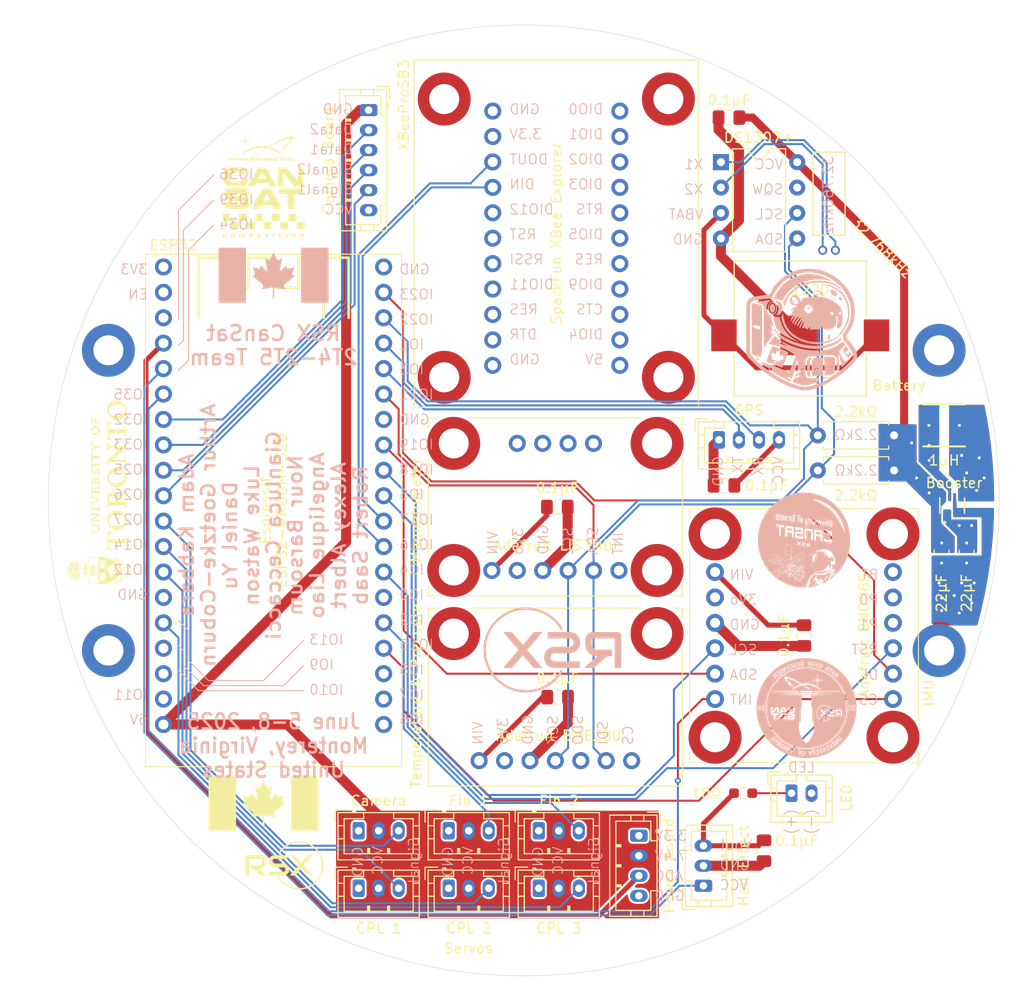
<source format=kicad_pcb>
(kicad_pcb (version 20240108) (generator "pcbnew") (generator_version "8.0")
  (layers (0 "F.Cu" mixed) (1 "In1.Cu" power "GND") (2 "In2.Cu" power "PWR") (31 "B.Cu" signal) (34 "B.Paste" user) (35 "F.Paste" user) (36 "B.SilkS" user "B.Silkscreen") (37 "F.SilkS" user "F.Silkscreen") (38 "B.Mask" user) (39 "F.Mask" user) (44 "Edge.Cuts" user))
  (net 0 "")
  (net 1 "Net-(DS1307+_U6-X2)")
  (net 2 "Net-(DS1307+_U6-X1)")
  (net 3 "Net-(DS1307+_U6-VBAT)")
  (net 4 "Net-(Adafruit_BME280_STEMMA_QT_U3-Pin_4)")
  (net 8 "Net-(Adafruit_BME280_STEMMA_QT_U3-Pin_6)")
  (net 9 "Net-(Adafruit_BNO085_U5-DI)")
  (net 10 "Net-(Adafruit_BNO085_U5-~{RST})")
  (net 13 "Net-(Adafruit_BNO085_U5-SDA)")
  (net 15 "Net-(Adafruit_BNO085_U5-CS)")
  (net 16 "Net-(Adafruit_BNO085_U5-~{INT})")
  (net 17 "Net-(Adafruit_BNO085_U5-SCL)")
  (net 18 "/3.3V")
  (net 20 "GND")
  (net 21 "/5V")
  (net 25 "Net-(ESP32-DEVKIT-32_U1-IO27)")
  (net 27 "Net-(ESP32-DEVKIT-32_U1-IO4)")
  (net 28 "Net-(ESP32-DEVKIT-32_U1-IO16)")
  (net 31 "Net-(ESP32-DEVKIT-32_U1-IO32)")
  (net 32 "Net-(ESP32-DEVKIT-32_U1-IO2)")
  (net 33 "Net-(ESP32-DEVKIT-32_U1-IO33)")
  (net 37 "Net-(ESP32-DEVKIT-32_U1-TXD0)")
  (net 39 "Net-(ESP32-DEVKIT-32_U1-IO13)")
  (net 40 "Net-(ESP32-DEVKIT-32_U1-IO26)")
  (net 41 "Net-(ESP32-DEVKIT-32_U1-IO34)")
  (net 43 "Net-(ESP32-DEVKIT-32_U1-RXD0)")
  (net 45 "/7.4V")
  (net 46 "Net-(ESP32-DEVKIT-32_U1-IO17)")
  (net 47 "Net-(ESP32-DEVKIT-32_U1-IO14)")
  (net 48 "Net-(ESP32-DEVKIT-32_U1-IO12)")
  (net 50 "Net-(ESP32-DEVKIT-32_U1-IO25)")
  (net 51 "Net-(J5-Pin_1)")
  (net 69 "/SW")
  (net 70 "/ADC")
  (footprint "Resistor_THT:R_Axial_DIN0207_L6.3mm_D2.5mm_P7.62mm_Horizontal" (layer "F.Cu") (at 187 97 180)
    (property "Reference" "R2" (hide yes))
    (property "Value" "2.2kΩ")
  )
  (footprint "Connector_JST:JST_PH_B3B-PH-K_1x03_P2.00mm_Vertical" (layer "F.Cu") (at 133.5 138.75)
    (property "Reference" "J9" (hide yes))
    (property "Value" "CPL 1")
  )
  (footprint "Capacitor_SMD:C_0805_2012Metric_Pad1.18x1.45mm_HandSolder" (layer "F.Cu") (at 191.75 105.212501 -90)
    (property "Reference" "C8" (hide yes))
    (property "Value" "22μF")
  )
  (footprint "Graphics:canada_flag" (layer "F.Cu") (at 124 130.25)
    (property "Reference" "G***")
    (property "Value" "LOGO" (hide yes))
  )
  (footprint "Connector_JST:JST_PH_B6B-PH-K_1x06_P2.00mm_Vertical" (layer "F.Cu") (at 134.5 61 -90)
    (property "Reference" "J2" (hide yes))
    (property "Value" "Camera Board")
  )
  (footprint "Capacitor_SMD:C_0805_2012Metric_Pad1.18x1.45mm_HandSolder" (layer "F.Cu") (at 194.25 105.212501 90)
    (property "Reference" "C7" (hide yes))
    (property "Value" "22μF")
  )
  (footprint "Custom_Footprints:SparkFun_XBee_Explorer_Regulated" (layer "F.Cu") (at 167.45 90.7 180)
    (property "Reference" "SparkFunXBeeExplorer_U2" (hide yes))
    (property "Value" "XBeeProSB3")
  )
  (footprint "Graphics:uoft_text_2" (layer "F.Cu") (at 108.5 97.5 90)
    (property "Reference" "G***")
    (property "Value" "LOGO" (hide yes))
  )
  (footprint "Custom_Footprints:ESP32-WROOM-32D_Dev_Board" (layer "F.Cu") (at 112.2 75.4)
    (property "Reference" "ESP32-DEVKIT-32_U1" (hide yes))
    (property "Value" "ESP32")
  )
  (footprint "DigiKey:XTAL_AB38T-32.768KHZ" (layer "F.Cu") (at 180.5 75 -90)
    (property "Reference" "Y1")
    (property "Value" "32.768kHz")
  )
  (footprint "Custom_Footprints:Adafruit_BME280_STEMMA_QT" (layer "F.Cu") (at 140.46 128.54 90)
    (property "Reference" "Adafruit_BME280_STEMMA_QT_U3" (hide yes))
    (property "Value" "Temperature & Pressure")
  )
  (footprint "Connector_JST:JST_PH_B3B-PH-K_1x03_P2.00mm_Vertical" (layer "F.Cu") (at 133.5 133)
    (property "Reference" "J8" (hide yes))
    (property "Value" "Camera")
  )
  (footprint "Capacitor_SMD:C_0805_2012Metric_Pad1.18x1.45mm_HandSolder" (layer "F.Cu") (at 174 135 90)
    (property "Reference" "C1" (hide yes))
    (property "Value" "0.1μF")
  )
  (footprint "Connector_JST:JST_PH_B4B-PH-K_1x04_P2.00mm_Vertical" (layer "F.Cu") (at 169.5 93.95)
    (property "Reference" "J4" (hide yes))
    (property "Value" "GPS")
  )
  (footprint "Connector_JST:JST_PH_B3B-PH-K_1x03_P2.00mm_Vertical" (layer "F.Cu") (at 151.5 138.75)
    (property "Reference" "J11" (hide yes))
    (property "Value" "CPL 3")
  )
  (footprint "Graphics:cansat_logo_2" (layer "F.Cu") (at 124 68.5)
    (property "Reference" "G***")
    (property "Value" "LOGO" (hide yes))
  )
  (footprint "Capacitor_SMD:C_0805_2012Metric_Pad1.18x1.45mm_HandSolder" (layer "F.Cu") (at 153.35 100.65 180)
    (property "Reference" "C4" (hide yes))
    (property "Value" "0.1μF")
  )
  (footprint "Custom_Footprints:Adafruit_BNO085" (layer "F.Cu") (at 189.43 100.8 -90)
    (property "Reference" "Adafruit_BNO085_U5" (hide yes))
    (property "Value" "IMU")
  )
  (footprint "DigiKey:BAT_2894TR" (layer "F.Cu") (at 177.62 83.5 180)
    (property "Reference" "2894TR_U7")
    (property "Value" "Battery")
  )
  (footprint "Resistor_THT:R_Axial_DIN0207_L6.3mm_D2.5mm_P7.62mm_Horizontal" (layer "F.Cu") (at 187 93.5 180)
    (property "Reference" "R3" (hide yes))
    (property "Value" "2.2kΩ")
  )
  (footprint "Custom_Footprints:Adafruit_LIS3MDL" (layer "F.Cu") (at 140.46 91.76)
    (property "Reference" "Adafruit_LIS3MDL_U4" (hide yes))
    (property "Value" "Magnetometer")
  )
  (footprint "Connector_JST:JST_PH_B3B-PH-K_1x03_P2.00mm_Vertical" (layer "F.Cu") (at 142.5 138.75)
    (property "Reference" "J10" (hide yes))
    (property "Value" "CPL 2")
  )
  (footprint "DigiKey:SOT-5X3-8_DRL_TEX" (layer "F.Cu") (at 192.799201 100.5 90)
    (property "Reference" "TPS610333DRLR_U8" (hide yes))
    (property "Value" "Booster")
  )
  (footprint "Resistor_SMD:R_0603_1608Metric_Pad0.98x0.95mm_HandSolder" (layer "F.Cu") (at 171.9125 129.25 180)
    (property "Reference" "R1")
    (property "Value" "10Ω")
  )
  (footprint "Connector_JST:JST_PH_B3B-PH-K_1x03_P2.00mm_Vertical" (layer "F.Cu") (at 167.95 138.5 90)
    (property "Reference" "J3" (hide yes))
    (property "Value" "Hall Effect")
  )
  (footprint "Capacitor_SMD:C_0805_2012Metric_Pad1.18x1.45mm_HandSolder" (layer "F.Cu") (at 170.5 61.75)
    (property "Reference" "C6" (hide yes))
    (property "Value" "0.1μF")
  )
  (footprint "DigiKey:WE-LQS_4025" (layer "F.Cu") (at 192 92.5 180)
    (property "Reference" "WE-LQS_4025_L1")
    (property "Value" "1μH")
  )
  (footprint "Connector_JST:JST_PH_B3B-PH-K_1x03_P2.00mm_Vertical" (layer "F.Cu") (at 142.5 133)
    (property "Reference" "J6" (hide yes))
    (property "Value" "Fin 1")
  )
  (footprint "Capacitor_SMD:C_0805_2012Metric_Pad1.18x1.45mm_HandSolder" (layer "F.Cu") (at 170 98.5)
    (property "Reference" "C3" (hide yes))
    (property "Value" "0.1μF")
  )
  (footprint "Connector_JST:JST_PH_B2B-PH-K_1x02_P2.00mm_Vertical" (layer "F.Cu") (at 176.75 129.25)
    (property "Reference" "J5" (hide yes))
    (property "Value" "LED")
  )
  (footprint "Graphics:uoft_coat_of_arms_2" (layer "F.Cu") (at 107.5 107 90)
    (property "Reference" "G***")
    (property "Value" "LOGO" (hide yes))
  )
  (footprint "Graphics:rsx_logo_3" (layer "F.Cu") (at 126 136.5)
    (property "Reference" "G***")
    (property "Value" "LOGO" (hide yes))
  )
  (footprint "Connector_JST:JST_PH_B4B-PH-K_1x04_P2.00mm_Vertical" (layer "F.Cu") (at 161.5 133.5 -90)
    (property "Reference" "J1" (hide yes))
    (property "Value" "Power Board")
  )
  (footprint "Package_DIP:DIP-8_W7.62mm" (layer "F.Cu") (at 169.7 66.2)
    (property "Reference" "DS1307+_U6" (hide yes))
    (property "Value" "DS1307+")
  )
  (footprint "Connector_JST:JST_PH_B3B-PH-K_1x03_P2.00mm_Vertical" (layer "F.Cu") (at 151.5 133)
    (property "Reference" "J7" (hide yes))
    (property "Value" "Fin 2")
  )
  (footprint "Capacitor_SMD:C_0805_2012Metric_Pad1.18x1.45mm_HandSolder" (layer "F.Cu") (at 178 113.5 90)
    (property "Reference" "C5" (hide yes))
    (property "Value" "0.1μF")
  )
  (footprint "Capacitor_SMD:C_0805_2012Metric_Pad1.18x1.45mm_HandSolder" (layer "F.Cu") (at 153.38 119.65)
    (property "Reference" "C2" (hide yes))
    (property "Value" "0.1μF")
  )
  (footprint "DigiKey:WA-SMSI_9774030243" (layer "B.Cu") (at 108.5 85 180)
    (property "Reference" "REF**")
    (property "Value" "WA-SMSI_9774030243")
  )
  (footprint "DigiKey:WA-SMSI_9774030243" (layer "B.Cu") (at 191.5 85 180)
    (property "Reference" "REF**")
    (property "Value" "WA-SMSI_9774030243")
  )
  (footprint "Graphics:canada_flag" (layer "B.Cu") (at 125 77.5 180)
    (property "Reference" "G***")
    (property "Value" "LOGO" (hide yes))
  )
  (footprint "Graphics:logo" (layer "B.Cu") (at 178.25 120.75 180)
    (property "Reference" "G***")
    (property "Value" "LOGO" (hide yes))
  )
  (footprint "Graphics:rsx_logo_2" (layer "B.Cu") (at 153 115 180)
    (property "Reference" "G***")
    (property "Value" "LOGO" (hide yes))
  )
  (footprint "Graphics:capybara_astronaut" (layer "B.Cu") (at 177.62 83 180)
    (property "Reference" "G***")
    (property "Value" "LOGO" (hide yes))
  )
  (footprint "DigiKey:WA-SMSI_9774030243" (layer "B.Cu") (at 108.5 115 180)
    (property "Reference" "REF**")
    (property "Value" "WA-SMSI_9774030243")
  )
  (footprint "DigiKey:WA-SMSI_9774030243" (layer "B.Cu") (at 191.5 115 180)
    (property "Reference" "REF**")
    (property "Value" "WA-SMSI_9774030243")
  )
  (footprint "Graphics:rsx_cansat_logo" (layer "B.Cu") (at 178 104 180)
    (property "Reference" "G***")
    (property "Value" "LOGO" (hide yes))
  )
  (gr_line (start 119 72.5) (end 116.5 75) (stroke (width 0.1)) (layer "B.SilkS"))
  (gr_line (start 116 84) (end 116 73) (stroke (width 0.1)) (layer "B.SilkS"))
  (gr_line (start 118 118.5) (end 126 118.5) (stroke (width 0.1)) (layer "B.SilkS"))
  (gr_line (start 118.5 118) (end 124 118) (stroke (width 0.1)) (layer "B.SilkS"))
  (gr_line (start 119 70) (end 116 73) (stroke (width 0.1)) (layer "B.SilkS"))
  (gr_line (start 115.5 114.5) (end 116 115) (stroke (width 0.1)) (layer "B.SilkS"))
  (gr_line (start 124 118) (end 128 114) (stroke (width 0.1)) (layer "B.SilkS"))
  (gr_line (start 115.5 82) (end 115.5 71) (stroke (width 0.1)) (layer "B.SilkS"))
  (gr_line (start 116.5 116) (end 118.5 118) (stroke (width 0.1)) (layer "B.SilkS"))
  (gr_line (start 116.5 113) (end 116.5 116) (stroke (width 0.1)) (layer "B.SilkS"))
  (gr_line (start 116.5 86) (end 116.5 75) (stroke (width 0.1)) (layer "B.SilkS"))
  (gr_line (start 116 117.5) (end 117.5 119) (stroke (width 0.1)) (layer "B.SilkS"))
  (gr_line (start 128 116.5) (end 126 118.5) (stroke (width 0.1)) (layer "B.SilkS"))
  (gr_line (start 115.5 84.5) (end 116 84) (stroke (width 0.1)) (layer "B.SilkS"))
  (gr_line (start 116 115) (end 116 116.5) (stroke (width 0.1)) (layer "B.SilkS"))
  (gr_line (start 116 116.5) (end 118 118.5) (stroke (width 0.1)) (layer "B.SilkS"))
  (gr_line (start 119 67.5) (end 115.5 71) (stroke (width 0.1)) (layer "B.SilkS"))
  (gr_line (start 115.5 112) (end 116.5 113) (stroke (width 0.1)) (layer "B.SilkS"))
  (gr_line (start 115.5 117) (end 116 117.5) (stroke (width 0.1)) (layer "B.SilkS"))
  (gr_line (start 117.5 119) (end 128 119) (stroke (width 0.1)) (layer "B.SilkS"))
  (gr_line (start 115.5 87) (end 116.5 86) (stroke (width 0.1)) (layer "B.SilkS"))
  (gr_circle (center 150 100) (end 197.5 100) (stroke (width 0.05)) (fill none) (layer "Edge.Cuts"))
  (gr_text "GND" (at 148.5 86.5 0) (layer "B.SilkS") (effects (font (size 1 1) (thickness 0.1)) (justify right bottom mirror)))
  (gr_text "IO36" (at 119.5 68 0) (layer "B.SilkS") (effects (font (size 1 1) (thickness 0.1)) (justify right bottom mirror)))
  (gr_text "5V" (at 112.5 122.5 0) (layer "B.SilkS") (effects (font (size 1 1) (thickness 0.1)) (justify left bottom mirror)))
  (gr_text "TX" (at 172 95.5 90) (layer "B.SilkS") (effects (font (size 1 1) (thickness 0.1)) (justify left bottom mirror)))
  (gr_text "DIN" (at 148.5 69 0) (layer "B.SilkS") (effects (font (size 1 1) (thickness 0.1)) (justify right bottom mirror)))
  (gr_text "VIN" (at 147.5 105.5 90) (layer "B.SilkS") (effects (font (size 1 1) (thickness 0.1)) (justify right bottom mirror)))
  (gr_text "IO34" (at 119.5 73 0) (layer "B.SilkS") (effects (font (size 1 1) (thickness 0.1)) (justify right bottom mirror)))
  (gr_text "VCC" (at 176 67 0) (layer "B.SilkS") (effects (font (size 1 1) (thickness 0.1)) (justify left bottom mirror)))
  (gr_text "DIO9" (at 158 79 0) (layer "B.SilkS") (effects (font (size 1 1) (thickness 0.1)) (justify left bottom mirror)))
  (gr_text "GND" (at 151 124.5 90) (layer "B.SilkS") (effects (font (size 1 1) (thickness 0.1)) (justify right bottom mirror)))
  (gr_text "CS" (at 161 124.5 90) (layer "B.SilkS") (effects (font (size 1 1) (thickness 0.1)) (justify right bottom mirror)))
  (gr_text "SDA" (at 157.5 105.5 90) (layer "B.SilkS") (effects (font (size 1 1) (thickness 0.1)) (justify right bottom mirror)))
  (gr_text "DIO0" (at 158 61.5 0) (layer "B.SilkS") (effects (font (size 1 1) (thickness 0.1)) (justify left bottom mirror)))
  (gr_text "RSX CanSat\n2T4-2T5 Team" (at 125 84.5 0) (layer "B.SilkS") (effects (font (size 1.5 1.5) (thickness 0.25) (bold yes)) (justify mirror)))
  (gr_text "VCC" (at 176 95.5 90) (layer "B.SilkS") (effects (font (size 1 1) (thickness 0.1)) (justify left bottom mirror)))
  (gr_text "IO19" (at 137.5 95 0) (layer "B.SilkS") (effects (font (size 1 1) (thickness 0.1)) (justify right bottom mirror)))
  (gr_text "GND" (at 143 134.5 90) (layer "B.SilkS") (effects (font (size 1 1) (thickness 0.1)) (justify left bottom mirror)))
  (gr_text "IO5" (at 137.5 100 0) (layer "B.SilkS") (effects (font (size 1 1) (thickness 0.1)) (justify right bottom mirror)))
  (gr_text "IO1" (at 137.5 85 0) (layer "B.SilkS") (effects (font (size 1 1) (thickness 0.1)) (justify right bottom mirror)))
  (gr_text "GND" (at 133 61.5 0) (layer "B.SilkS") (effects (font (size 1 1) (thickness 0.1)) (justify left bottom mirror)))
  (gr_text "DTR" (at 148.5 84 0) (layer "B.SilkS") (effects (font (size 1 1) (thickness 0.1)) (justify right bottom mirror)))
  (gr_text "Signal1" (at 133 69.5 0) (layer "B.SilkS") (effects (font (size 1 1) (thickness 0.1)) (justify left bottom mirror)))
  (gr_text "GND" (at 169.5 137 0) (layer "B.SilkS") (effects (font (size 1 1) (thickness 0.1)) (justify right bottom mirror)))
  (gr_text "VIN" (at 146 124.5 90) (layer "B.SilkS") (effects (font (size 1 1) (thickness 0.1)) (justify right bottom mirror)))
  (gr_text "DIO1" (at 158 64 0) (layer "B.SilkS") (effects (font (size 1 1) (thickness 0.1)) (justify left bottom mirror)))
  (gr_text "IO35" (at 112.5 90 0) (layer "B.SilkS") (effects (font (size 1 1) (thickness 0.1)) (justify left bottom mirror)))
  (gr_text "IO27" (at 112.5 102.5 0) (layer "B.SilkS") (effects (font (size 1 1) (thickness 0.1)) (justify left bottom mirror)))
  (gr_text "GND" (at 168 74.5 0) (layer "B.SilkS") (effects (font (size 1 1) (thickness 0.1)) (justify left bottom mirror)))
  (gr_text "2.2kΩ" (at 183.19 97 0) (layer "B.SilkS") (effects (font (size 1 1) (thickness 0.1)) (justify mirror)))
  (gr_text "INT" (at 170.5 120.5 0) (layer "B.SilkS") (effects (font (size 1 1) (thickness 0.1)) (justify right bottom mirror)))
  (gr_text "SCL" (at 176 72 0) (layer "B.SilkS") (effects (font (size 1 1) (thickness 0.1)) (justify left bottom mirror)))
  (gr_text "GND" (at 152.5 105.5 90) (layer "B.SilkS") (effects (font (size 1 1) (thickness 0.1)) (justify right bottom mirror)))
  (gr_text "IO26" (at 112.5 100 0) (layer "B.SilkS") (effects (font (size 1 1) (thickness 0.1)) (justify left bottom mirror)))
  (gr_text "GND" (at 152 134.5 90) (layer "B.SilkS") (effects (font (size 1 1) (thickness 0.1)) (justify left bottom mirror)))
  (gr_text "DIO12" (at 148.5 71.5 0) (layer "B.SilkS") (effects (font (size 1 1) (thickness 0.1)) (justify right bottom mirror)))
  (gr_text "SDA" (at 170.5 118 0) (layer "B.SilkS") (effects (font (size 1 1) (thickness 0.1)) (justify right bottom mirror)))
  (gr_text "LED" (at 177.75 127.25 0) (layer "B.SilkS") (effects (font (size 1 1) (thickness 0.1)) (justify bottom mirror)))
  (gr_text "Signal" (at 148 136 90) (layer "B.SilkS") (effects (font (size 1 1) (thickness 0.1)) (justify mirror)))
  (gr_text "IO12" (at 112.5 107.5 0) (layer "B.SilkS") (effects (font (size 1 1) (thickness 0.1)) (justify left bottom mirror)))
  (gr_text "SCL" (at 155 105.5 90) (layer "B.SilkS") (effects (font (size 1 1) (thickness 0.1)) (justify right bottom mirror)))
  (gr_text "DIO3" (at 158 69 0) (layer "B.SilkS") (effects (font (size 1 1) (thickness 0.1)) (justify left bottom mirror)))
  (gr_text "RST" (at 148.5 74 0) (layer "B.SilkS") (effects (font (size 1 1) (thickness 0.1)) (justify right bottom mirror)))
  (gr_text "Signal" (at 157 136 90) (layer "B.SilkS") (effects (font (size 1 1) (thickness 0.1)) (justify mirror)))
  (gr_text "ADC" (at 163 137.5 0) (layer "B.SilkS") (effects (font (size 1 1) (thickness 0.1)) (justify right mirror)))
  (gr_text "(-)" (at 179.25 130.75 90) (layer "B.SilkS") (effects (font (size 1 1) (thickness 0.1)) (justify left bottom mirror)))
  (gr_text "SDO" (at 156 124.5 90) (layer "B.SilkS") (effects (font (size 1 1) (thickness 0.1)) (justify right bottom mirror)))
  (gr_text "IO4" (at 137.5 107.5 0) (layer "B.SilkS") (effects (font (size 1 1) (thickness 0.1)) (justify right bottom mirror)))
  (gr_text "EN" (at 112.5 80 0) (layer "B.SilkS") (effects (font (size 1 1) (thickness 0.1)) (justify left bottom mirror)))
  (gr_text "5V" (at 158 86.5 0) (layer "B.SilkS") (effects (font (size 1 1) (thickness 0.1)) (justify left bottom mirror)))
  (gr_text "3Vo" (at 150 105.5 90) (layer "B.SilkS") (effects (font (size 1 1) (thickness 0.1)) (justify right bottom mirror)))
  (gr_text "DI" (at 185.5 118 0) (layer "B.SilkS") (effects (font (size 1 1) (thickness 0.1)) (justify left bottom mirror)))
  (gr_text "Data2" (at 133 63.5 0) (layer "B.SilkS") (effects (font (size 1 1) (thickness 0.1)) (justify left bottom mirror)))
  (gr_text "VCC" (at 169.5 139 0) (layer "B.SilkS") (effects (font (size 1 1) (thickness 0.1)) (justify right bottom mirror)))
  (gr_text "IO13" (at 128.5 114.5 0) (layer "B.SilkS") (effects (font (size 1 1) (thickness 0.1)) (justify right bottom mirror)))
  (gr_text "BT" (at 185.5 108 0) (layer "B.SilkS") (effects (font (size 1 1) (thickness 0.1)) (justify left bottom mirror)))
  (gr_text "VCC" (at 133 71.5 0) (layer "B.SilkS") (effects (font (size 1 1) (thickness 0.1)) (justify left bottom mirror)))
  (gr_text "DIO4" (at 158 84 0) (layer "B.SilkS") (effects (font (size 1 1) (thickness 0.1)) (justify left bottom mirror)))
  (gr_text "IO14" (at 112.5 105 0) (layer "B.SilkS") (effects (font (size 1 1) (thickness 0.1)) (justify left bottom mirror)))
  (gr_text "2.2kΩ" (at 183.19 93.45 0) (layer "B.SilkS") (effects (font (size 1 1) (thickness 0.1)) (justify mirror)))
  (gr_text "Adam Kabbara\nArthur Goetzke-Coburn\nDaniel Yu\nLuke Watson\nGianluca Ceccacci\nNour Barsoum\nAngelique Liao\nAlexey Albert\nRobert Saab" (at 125 103.5 90) (layer "B.SilkS") (effects (font (size 1.35 1.5) (thickness 0.25) (bold yes)) (justify mirror)))
  (gr_text "RX" (at 174 95.5 90) (layer "B.SilkS") (effects (font (size 1 1) (thickness 0.1)) (justify left bottom mirror)))
  (gr_text "IO17" (at 137.5 102.5 0) (layer "B.SilkS") (effects (font (size 1 1) (thickness 0.1)) (justify right bottom mirror)))
  (gr_text "3V3" (at 112.5 77.5 0) (layer "B.SilkS") (effects (font (size 1 1) (thickness 0.1)) (justify left bottom mirror)))
  (gr_text "IO33" (at 112.5 95 0) (layer "B.SilkS") (effects (font (size 1 1) (thickness 0.1)) (justify left bottom mirror)))
  (gr_text "GND" (at 134 134.5 90) (layer "B.SilkS") (effects (font (size 1 1) (thickness 0.1)) (justify left bottom mirror)))
  (gr_text "DIO5" (at 158 74 0) (layer "B.SilkS") (effects (font (size 1 1) (thickness 0.1)) (justify left bottom mirror)))
  (gr_text "June 5-8, 2025\nMonterey, Virginia\nUnited States" (at 125 124.5 0) (layer "B.SilkS") (effects (font (size 1.5 1.4) (thickness 0.25) (bold yes)) (justify mirror)))
  (gr_text "Vout" (at 169.5 135 0) (layer "B.SilkS") (effects (font (size 1 1) (thickness 0.1)) (justify right bottom mirror)))
  (gr_text "P1" (at 185.5 113 0) (layer "B.SilkS") (effects (font (size 1 1) (thickness 0.1)) (justify left bottom mirror)))
  (gr_text "3Vo" (at 148.5 124.5 90) (layer "B.SilkS") (effects (font (size 1 1) (thickness 0.1)) (justify right bottom mirror)))
  (gr_text "32.768kHz" (at 181 69.5 90) (layer "B.SilkS") (effects (font (size 1 1) (thickness 0.1)) (justify bottom mirror)))
  (gr_text "RSSI" (at 148.5 76.5 0) (layer "B.SilkS") (effects (font (size 1 1) (thickness 0.1)) (justify right bottom mirror)))
  (gr_text "SCL" (at 170.5 115.5 0) (layer "B.SilkS") (effects (font (size 1 1) (thickness 0.1)) (justify right bottom mirror)))
  (gr_text "Signal2" (at 133 67.5 0) (layer "B.SilkS") (effects (font (size 1 1) (thickness 0.1)) (justify left bottom mirror)))
  (gr_text "DIO11" (at 148.5 79 0) (layer "B.SilkS") (effects (font (size 1 1) (thickness 0.1)) (justify right bottom mirror)))
  (gr_text "IO3" (at 137.5 87.5 0) (layer "B.SilkS") (effects (font (size 1 1) (thickness 0.1)) (justify right bottom mirror)))
  (gr_text "RES" (at 158 76.5 0) (layer "B.SilkS") (effects (font (size 1 1) (thickness 0.1)) (justify left bottom mirror)))
  (gr_text "Signal" (at 139 136 90) (layer "B.SilkS") (effects (font (size 1 1) (thickness 0.1)) (justify mirror)))
  (gr_text "IO10" (at 128.5 119.5 0) (layer "B.SilkS") (effects (font (size 1 1) (thickness 0.1)) (justify right bottom mirror)))
  (gr_text "7.4V" (at 163 135.5 0) (layer "B.SilkS") (effects (font (size 1 1) (thickness 0.1)) (justify right mirror)))
  (gr_text "3.3V" (at 163 133.5 0) (layer "B.SilkS") (effects (font (size 1 1) (thickness 0.1)) (justify right mirror)))
  (gr_text "VCC" (at 154 134.5 90) (layer "B.SilkS") (effects (font (size 1 1) (thickness 0.1)) (justify left bottom mirror)))
  (gr_text "DOUT" (at 148.5 66.5 0) (layer "B.SilkS") (effects (font (size 1 1) (thickness 0.1)) (justify right bottom mirror)))
  (gr_text "SQW" (at 176 69.5 0) (layer "B.SilkS") (effects (font (size 1 1) (thickness 0.1)) (justify left bottom mirror)))
  (gr_text "SCK" (at 153.5 124.5 90) (layer "B.SilkS") (effects (font (size 1 1) (thickness 0.1)) (justify right bottom mirror)))
  (gr_text "DIO2" (at 158 66.5 0) (layer "B.SilkS") (effects (font (size 1 1) (thickness 0.1)) (justify left bottom mirror)))
  (gr_text "VBAT" (at 168 72 0) (layer "B.SilkS") (effects (font (size 1 1) (thickness 0.1)) (justify left bottom mirror)))
  (gr_text "VCC" (at 136 134.5 90) (layer "B.SilkS") (effects (font (size 1 1) (thickness 0.1)) (justify left bottom mirror)))
  (gr_text "VIN" (at 170.5 108 0) (layer "B.SilkS") (effects (font (size 1 1) (thickness 0.1)) (justify right bottom mirror)))
  (gr_text "IO8" (at 137.5 117.5 0) (layer "B.SilkS") (effects (font (size 1 1) (thickness 0.1)) (justify right bottom mirror)))
  (gr_text "Data1" (at 133 65.5 0) (layer "B.SilkS") (effects (font (size 1 1) (thickness 0.1)) (justify left bottom mirror)))
  (gr_text "INT" (at 160 105.5 90) (layer "B.SilkS") (effects (font (size 1 1) (thickness 0.1)) (justify right bottom mirror)))
  (gr_text "IO23" (at 137.5 80 0) (layer "B.SilkS") (effects (font (size 1 1) (thickness 0.1)) (justify right bottom mirror)))
  (gr_text "GND" (at 170.5 113 0) (layer "B.SilkS") (effects (font (size 1 1) (thickness 0.1)) (justify right bottom mirror)))
  (gr_text "RES" (at 148.5 81.5 0) (layer "B.SilkS") (effects (font (size 1 1) (thickness 0.1)) (justify right bottom mirror)))
  (gr_text "CS" (at 185.5 120.5 0) (layer "B.SilkS") (effects (font (size 1 1) (thickness 0.1)) (justify left bottom mirror)))
  (gr_text "GND" (at 137.5 92.5 0) (layer "B.SilkS") (effects (font (size 1 1) (thickness 0.1)) (justify right bottom mirror)))
  (gr_text "SDI" (at 158.5 124.5 90) (layer "B.SilkS") (effects (font (size 1 1) (thickness 0.1)) (justify right bottom mirror)))
  (gr_text "IO9" (at 128.5 117 0) (layer "B.SilkS") (effects (font (size 1 1) (thickness 0.1)) (justify right bottom mirror)))
  (gr_text "GND" (at 163 139.5 0) (layer "B.SilkS") (effects (font (size 1 1) (thickness 0.1)) (justify right mirror)))
  (gr_text "X2" (at 168 69.5 0) (layer "B.SilkS") (effects (font (size 1 1) (thickness 0.1)) (justify left bottom mirror)))
  (gr_text "IO21" (at 137.5 90 0) (layer "B.SilkS") (effects (font (size 1 1) (thickness 0.1)) (justify right bottom mirror)))
  (gr_text "IO7" (at 137.5 120 0) (layer "B.SilkS") (effects (font (size 1 1) (thickness 0.1)) (justify right bottom mirror)))
  (gr_text "IO16" (at 137.5 105 0) (layer "B.SilkS") (effects (font (size 1 1) (thickness 0.1)) (justify right bottom mirror)))
  (gr_text "IO18" (at 137.5 97.5 0) (layer "B.SilkS") (effects (font (size 1 1) (thickness 0.1)) (justify right bottom mirror)))
  (gr_text "GND" (at 137.5 77.5 0) (layer "B.SilkS") (effects (font (size 1 1) (thickness 0.1)) (justify right bottom mirror)))
  (gr_text "IO6" (at 137.5 122.5 0) (layer "B.SilkS") (effects (font (size 1 1) (thickness 0.1)) (justify right bottom mirror)))
  (gr_text "IO22" (at 137.5 82.5 0) (layer "B.SilkS") (effects (font (size 1 1) (thickness 0.1)) (justify right bottom mirror)))
  (gr_text "3.3V" (at 148.5 64 0) (layer "B.SilkS") (effects (font (size 1 1) (thickness 0.1)) (justify right bottom mirror)))
  (gr_text "VCC" (at 145 134.5 90) (layer "B.SilkS") (effects (font (size 1 1) (thickness 0.1)) (justify left bottom mirror)))
  (gr_text "IO2" (at 137.5 112.5 0) (layer "B.SilkS") (effects (font (size 1 1) (thickness 0.1)) (justify right bottom mirror)))
  (gr_text "IO11" (at 112.5 120 0) (layer "B.SilkS") (effects (font (size 1 1) (thickness 0.1)) (justify left bottom mirror)))
  (gr_text "RTS" (at 158 71.5 0) (layer "B.SilkS") (effects (font (size 1 1) (thickness 0.1)) (justify left bottom mirror)))
  (gr_text "X1" (at 168 67 0) (layer "B.SilkS") (effects (font (size 1 1) (thickness 0.1)) (justify left bottom mirror)))
  (gr_text "IO39" (at 119.5 70.5 0) (layer "B.SilkS") (effects (font (size 1 1) (thickness 0.1)) (justify right bottom mirror)))
  (gr_text "GND" (at 112.5 110 0) (layer "B.SilkS") (effects (font (size 1 1) (thickness 0.1)) (justify left bottom mirror)))
  (gr_text "GND" (at 170 95.5 90) (layer "B.SilkS") (effects (font (size 1 1) (thickness 0.1)) (justify left bottom mirror)))
  (gr_text "SDA" (at 176 74.5 0) (layer "B.SilkS") (effects (font (size 1 1) (thickness 0.1)) (justify left bottom mirror)))
  (gr_text "(+)" (at 177.25 130.75 90) (layer "B.SilkS") (effects (font (size 1 1) (thickness 0.1)) (justify left bottom mirror)))
  (gr_text "IO32" (at 112.5 92.5 0) (layer "B.SilkS") (effects (font (size 1 1) (thickness 0.1)) (justify left bottom mirror)))
  (gr_text "GND" (at 148.5 61.5 0) (layer "B.SilkS") (effects (font (size 1 1) (thickness 0.1)) (justify right bottom mirror)))
  (gr_text "IO0" (at 137.5 110 0) (layer "B.SilkS") (effects (font (size 1 1) (thickness 0.1)) (justify right bottom mirror)))
  (gr_text "RST" (at 185.5 115.5 0) (layer "B.SilkS") (effects (font (size 1 1) (thickness 0.1)) (justify left bottom mirror)))
  (gr_text "P0" (at 185.5 110.5 0) (layer "B.SilkS") (effects (font (size 1 1) (thickness 0.1)) (justify left bottom mirror)))
  (gr_text "IO15" (at 137.5 115 0) (layer "B.SilkS") (effects (font (size 1 1) (thickness 0.1)) (justify right bottom mirror)))
  (gr_text "CTS" (at 158 81.5 0) (layer "B.SilkS") (effects (font (size 1 1) (thickness 0.1)) (justify left bottom mirror)))
  (gr_text "IO25" (at 112.5 97.5 0) (layer "B.SilkS") (effects (font (size 1 1) (thickness 0.1)) (justify left bottom mirror)))
  (gr_text "3Vo" (at 170.5 110.5 0) (layer "B.SilkS") (effects (font (size 1 1) (thickness 0.1)) (justify right bottom mirror)))
  (gr_text "SparkFun XBee Explorer" (at 153.25 73.35 90) (layer "F.SilkS") (effects (font (size 1 1))))
  (gr_text "CR1220" (at 177.62 79 0) (layer "F.SilkS") (effects (font (size 1 1))))
  (gr_text "Servos" (at 144.5 144.75 0) (layer "F.SilkS") (effects (font (size 1 1))))
  (gr_text "Adafruit BME280" (at 153.5 123.5 0) (layer "F.SilkS") (effects (font (size 1 1))))
  (gr_text "Adafruit LIS3MDL" (at 153.35 104.5 0) (layer "F.SilkS") (effects (font (size 1 1))))
  (gr_text "Espressif\nESP32-WROOM-32D" (at 125 101 90) (layer "F.SilkS") (effects (font (size 1 1))))
  (gr_text "Adafruit BNO085" (at 184 113.5 90) (layer "F.SilkS") (effects (font (size 1 1))))
  (segment (start 174.04 64.4) (end 169.7 68.74) (width 0.2) (layer "B.Cu") (net 1))
  (segment (start 179.865 75) (end 179.865 66.430686) (width 0.2) (layer "B.Cu") (net 1))
  (segment (start 177.834314 64.4) (end 174.04 64.4) (width 0.2) (layer "B.Cu") (net 1))
  (segment (start 179.865 66.430686) (end 177.834314 64.4) (width 0.2) (layer "B.Cu") (net 1))
  (segment (start 181.135 75) (end 181.135 74.135) (width 0.2) (layer "B.Cu") (net 2))
  (segment (start 171.674314 66.2) (end 169.7 66.2) (width 0.2) (layer "B.Cu") (net 2))
  (segment (start 180.265 73.265) (end 180.265 66.265) (width 0.2) (layer "B.Cu") (net 2))
  (segment (start 181.135 74.135) (end 180.265 73.265) (width 0.2) (layer "B.Cu") (net 2))
  (segment (start 173.874314 64) (end 171.674314 66.2) (width 0.2) (layer "B.Cu") (net 2))
  (segment (start 180.265 66.265) (end 178 64) (width 0.2) (layer "B.Cu") (net 2))
  (segment (start 178 64) (end 173.874314 64) (width 0.2) (layer "B.Cu") (net 2))
  (segment (start 170 83.5) (end 173.25 86.75) (width 0.5) (layer "F.Cu") (net 3))
  (segment (start 168 72.98) (end 169.7 71.28) (width 0.5) (layer "F.Cu") (net 3))
  (segment (start 173.25 86.75) (end 181.99 86.75) (width 0.5) (layer "F.Cu") (net 3))
  (segment (start 170 83.5) (end 168 81.5) (width 0.5) (layer "F.Cu") (net 3))
  (segment (start 168 81.5) (end 168 72.98) (width 0.5) (layer "F.Cu") (net 3))
  (segment (start 181.99 86.75) (end 185.24 83.5) (width 0.5) (layer "F.Cu") (net 3))
  (segment (start 172.615686 92.5) (end 170.215686 90.1) (width 0.2) (layer "B.Cu") (net 4))
  (segment (start 138.4 84.15) (end 136 81.75) (width 0.2) (layer "B.Cu") (net 4))
  (segment (start 175.814314 100) (end 161.43 100) (width 0.2) (layer "B.Cu") (net 4))
  (segment (start 179.38 80.38) (end 176.1 77.1) (width 0.2) (layer "B.Cu") (net 4))
  (segment (start 154.43 124.73) (end 153.16 126) (width 0.2) (layer "B.Cu") (net 4))
  (segment (start 179.38 93.5) (end 178 94.88) (width 0.2) (layer "B.Cu") (net 4))
  (segment (start 140.401372 90.1) (end 138.4 88.098628) (width 0.2) (layer "B.Cu") (net 4))
  (segment (start 161.43 100) (end 154.43 107) (width 0.2) (layer "B.Cu") (net 4))
  (segment (start 178 94.88) (end 178 97.814314) (width 0.2) (layer "B.Cu") (net 4))
  (segment (start 178.38 92.5) (end 172.615686 92.5) (width 0.2) (layer "B.Cu") (net 4))
  (segment (start 154.43 107) (end 154.43 124.73) (width 0.2) (layer "B.Cu") (net 4))
  (segment (start 170.215686 90.1) (end 140.401372 90.1) (width 0.2) (layer "B.Cu") (net 4))
  (segment (start 176.1 72.5) (end 177.32 71.28) (width 0.2) (layer "B.Cu") (net 4))
  (segment (start 176.1 77.1) (end 176.1 72.5) (width 0.2) (layer "B.Cu") (net 4))
  (segment (start 179.38 93.5) (end 179.38 80.38) (width 0.2) (layer "B.Cu") (net 4))
  (segment (start 179.38 93.5) (end 178.38 92.5) (width 0.2) (layer "B.Cu") (net 4))
  (segment (start 178 97.814314) (end 175.814314 100) (width 0.2) (layer "B.Cu") (net 4))
  (segment (start 138.4 88.098628) (end 138.4 84.15) (width 0.2) (layer "B.Cu") (net 4))
  (segment (start 156.97 107) (end 156.97 100.47) (width 0.2) (layer "F.Cu") (net 8))
  (segment (start 156.97 100.47) (end 155 98.5) (width 0.2) (layer "F.Cu") (net 8))
  (segment (start 140.615686 98.5) (end 143 98.5) (width 0.2) (layer "F.Cu") (net 8))
  (segment (start 155 98.5) (end 143 98.5) (width 0.2) (layer "F.Cu") (net 8))
  (segment (start 136 89.37) (end 137.5 90.87) (width 0.2) (layer "F.Cu") (net 8))
  (segment (start 137.5 90.87) (end 137.5 95.384314) (width 0.2) (layer "F.Cu") (net 8))
  (segment (start 137.5 95.384314) (end 140.615686 98.5) (width 0.2) (layer "F.Cu") (net 8))
  (segment (start 156.97 124.73) (end 158.24 126) (width 0.2) (layer "B.Cu") (net 8))
  (segment (start 175.98 100.4) (end 161.595686 100.4) (width 0.2) (layer "B.Cu") (net 8))
  (segment (start 156.97 107) (end 156.97 124.73) (width 0.2) (layer "B.Cu") (net 8))
  (segment (start 156.97 105.025686) (end 156.97 107) (width 0.2) (layer "B.Cu") (net 8))
  (segment (start 179.78 80.214314) (end 179.78 90.78) (width 0.2) (layer "B.Cu") (net 8))
  (segment (start 179.38 97) (end 175.98 100.4) (width 0.2) (layer "B.Cu") (net 8))
  (segment (start 176.5 74.64) (end 176.5 76.934314) (width 0.2) (layer "B.Cu") (net 8))
  (segment (start 178 74) (end 177.82 73.82) (width 0.2) (layer "B.Cu") (net 8))
  (segment (start 177.32 73.82) (end 176.5 74.64) (width 0.2) (layer "B.Cu") (net 8))
  (segment (start 176.5 76.934314) (end 179.78 80.214314) (width 0.2) (layer "B.Cu") (net 8))
  (segment (start 179.78 90.78) (end 181 92) (width 0.2) (layer "B.Cu") (net 8))
  (segment (start 181 92) (end 181 95.38) (width 0.2) (layer "B.Cu") (net 8))
  (segment (start 181 95.38) (end 179.38 97) (width 0.2) (layer "B.Cu") (net 8))
  (segment (start 161.595686 100.4) (end 156.97 105.025686) (width 0.2) (layer "B.Cu") (net 8))
  (segment (start 185 108) (end 177 100) (width 0.2) (layer "F.Cu") (net 9))
  (segment (start 140.781372 98.1) (end 137.9 95.218628) (width 0.2) (layer "F.Cu") (net 9))
  (segment (start 137.9 81.11) (end 136 79.21) (width 0.2) (layer "F.Cu") (net 9))
  (segment (start 186.89 117.31) (end 185 115.42) (width 0.2) (layer "F.Cu") (net 9))
  (segment (start 155.165686 98.1) (end 140.781372 98.1) (width 0.2) (layer "F.Cu") (net 9))
  (segment (start 137.9 95.218628) (end 137.9 81.11) (width 0.2) (layer "F.Cu") (net 9))
  (segment (start 157.065686 100) (end 155.165686 98.1) (width 0.2) (layer "F.Cu") (net 9))
  (segment (start 177 100) (end 157.065686 100) (width 0.2) (layer "F.Cu") (net 9))
  (segment (start 185 115.42) (end 185 108) (width 0.2) (layer "F.Cu") (net 9))
  (segment (start 136 99.53) (end 138.8 102.33) (width 0.2) (layer "B.Cu") (net 10))
  (segment (start 174.91 126.75) (end 186.89 114.77) (width 0.2) (layer "B.Cu") (net 10))
  (segment (start 164.315686 126.75) (end 174.91 126.75) (width 0.2) (layer "B.Cu") (net 10))
  (segment (start 146.174264 129.825736) (end 161.23995 129.825736) (width 0.2) (layer "B.Cu") (net 10))
  (segment (start 138.8 102.33) (end 138.8 122.451472) (width 0.2) (layer "B.Cu") (net 10))
  (segment (start 161.23995 129.825736) (end 164.315686 126.75) (width 0.2) (layer "B.Cu") (net 10))
  (segment (start 138.8 122.451472) (end 146.174264 129.825736) (width 0.2) (layer "B.Cu") (net 10))
  (segment (start 138 113) (end 138 96.45) (width 0.2) (layer "F.Cu") (net 13))
  (segment (start 169.11 117.31) (end 142.31 117.31) (width 0.2) (layer "F.Cu") (net 13))
  (segment (start 138 96.45) (end 136 94.45) (width 0.2) (layer "F.Cu") (net 13))
  (segment (start 142.31 117.31) (end 138 113) (width 0.2) (layer "F.Cu") (net 13))
  (segment (start 167.5 130) (end 147 130) (width 0.2) (layer "F.Cu") (net 15))
  (segment (start 138 116.77) (end 136 114.77) (width 0.2) (layer "F.Cu") (net 15))
  (segment (start 138 121) (end 138 116.77) (width 0.2) (layer "F.Cu") (net 15))
  (segment (start 177.65 119.85) (end 167.5 130) (width 0.2) (layer "F.Cu") (net 15))
  (segment (start 186.89 119.85) (end 177.65 119.85) (width 0.2) (layer "F.Cu") (net 15))
  (segment (start 147 130) (end 138 121) (width 0.2) (layer "F.Cu") (net 15))
  (segment (start 169.11 119.85) (end 167.852765 119.85) (width 0.2) (layer "F.Cu") (net 16))
  (segment (start 165.4 122.302764) (end 165.851382 121.851382) (width 0.2) (layer "F.Cu") (net 16))
  (segment (start 165.4 128) (end 165.4 122.302764) (width 0.2) (layer "F.Cu") (net 16))
  (segment (start 167.852765 119.85) (end 165.851382 121.851382) (width 0.2) (layer "F.Cu") (net 16))
  (via (at 165.4 128) (size 0.6) (drill 0.3) (layers "F.Cu" "B.Cu") (net 16))
  (segment (start 112.5 123) (end 112.5 90.87) (width 0.2) (layer "B.Cu") (net 16))
  (segment (start 162.45 141.05) (end 130.55 141.05) (width 0.2) (layer "B.Cu") (net 16))
  (segment (start 112.5 90.87) (end 114 89.37) (width 0.2) (layer "B.Cu") (net 16))
  (segment (start 165.4 138.1) (end 162.45 141.05) (width 0.2) (layer "B.Cu") (net 16))
  (segment (start 165.4 128) (end 165.4 138.1) (width 0.2) (layer "B.Cu") (net 16))
  (segment (start 130.55 141.05) (end 112.5 123) (width 0.2) (layer "B.Cu") (net 16))
  (segment (start 161.074264 129.425736) (end 146.33995 129.425736) (width 0.2) (layer "B.Cu") (net 17))
  (segment (start 165 118.88) (end 165 125.5) (width 0.2) (layer "B.Cu") (net 17))
  (segment (start 139.2 100.19) (end 136 96.99) (width 0.2) (layer "B.Cu") (net 17))
  (segment (start 169.11 114.77) (end 165 118.88) (width 0.2) (layer "B.Cu") (net 17))
  (segment (start 139.2 122.285786) (end 139.2 100.19) (width 0.2) (layer "B.Cu") (net 17))
  (segment (start 146.33995 129.425736) (end 139.2 122.285786) (width 0.2) (layer "B.Cu") (net 17))
  (segment (start 165 125.5) (end 161.074264 129.425736) (width 0.2) (layer "B.Cu") (net 17))
  (segment (start 167.95 134.5) (end 173.4625 134.5) (width 0.5) (layer "F.Cu") (net 18))
  (segment (start 167.95 132.3) (end 171 129.25) (width 0.5) (layer "F.Cu") (net 18))
  (segment (start 152.3425 119.65) (end 151.89 119.65) (width 0.5) (layer "F.Cu") (net 18))
  (segment (start 174.4225 112.4625) (end 169.11 107.15) (width 0.5) (layer "F.Cu") (net 18))
  (segment (start 167.95 134.5) (end 167.95 132.3) (width 0.5) (layer "F.Cu") (net 18))
  (segment (start 173.4625 134.5) (end 174 133.9625) (width 0.5) (layer "F.Cu") (net 18))
  (segment (start 146.81 107) (end 152.3125 101.4975) (width 0.5) (layer "F.Cu") (net 18))
  (segment (start 152.3125 101.4975) (end 152.3125 100.65) (width 0.5) (layer "F.Cu") (net 18))
  (segment (start 170.5375 98.5) (end 170.95 98.5) (width 0.2) (layer "F.Cu") (net 18))
  (segment (start 175.5 94.0375) (end 171.0375 98.5) (width 0.5) (layer "F.Cu") (net 18))
  (segment (start 178 112.4625) (end 174.4225 112.4625) (width 0.5) (layer "F.Cu") (net 18))
  (segment (start 151.89 119.65) (end 145.54 126) (width 0.5) (layer "F.Cu") (net 18))
  (segment (start 175.5 93.95) (end 175.5 94.0375) (width 0.5) (layer "F.Cu") (net 18))
  (via (at 195.25 99) (size 0.6) (drill 0.3) (layers "F.Cu" "B.Cu") (net 18))
  (via (at 193.525 92.5) (size 0.6) (drill 0.3) (layers "F.Cu" "B.Cu") (net 18))
  (via (at 194.25 97.25) (size 0.6) (drill 0.3) (layers "F.Cu" "B.Cu") (net 18))
  (via (at 194.25 104.25) (size 0.6) (drill 0.3) (layers "F.Cu" "B.Cu") (net 18))
  (via (at 194.75 102.5) (size 0.6) (drill 0.3) (layers "F.Cu" "B.Cu") (net 18))
  (via (at 196 97.75) (size 0.6) (drill 0.3) (layers "F.Cu" "B.Cu") (net 18))
  (via (at 195.5 95.75) (size 0.6) (drill 0.3) (layers "F.Cu" "B.Cu") (net 18))
  (via (at 193.75 95.5) (size 0.6) (drill 0.3) (layers "F.Cu" "B.Cu") (net 18))
  (via (at 193.5 102.5) (size 0.6) (drill 0.3) (layers "F.Cu" "B.Cu") (net 18))
  (segment (start 154.4175 119.65) (end 154.4175 122.2025) (width 1) (layer "F.Cu") (net 20))
  (segment (start 154.3875 100.65) (end 154.3875 104.5025) (width 1) (layer "F.Cu") (net 20))
  (segment (start 169.4625 62.9625) (end 171.5 65) (width 1) (layer "F.Cu") (net 20))
  (segment (start 168.9625 98.5) (end 168.9625 94.4875) (width 1) (layer "F.Cu") (net 20))
  (segment (start 154.3875 104.5025) (end 151.89 107) (width 1) (layer "F.Cu") (net 20))
  (segment (start 173.5375 136.5) (end 174 136.0375) (width 1) (layer "F.Cu") (net 20))
  (segment (start 168.9625 94.4875) (end 169.5 93.95) (width 1) (layer "F.Cu") (net 20))
  (segment (start 171.4175 114.5375) (end 169.11 112.23) (width 1) (layer "F.Cu") (net 20))
  (segment (start 177.62 83.5) (end 169.7 75.58) (width 1) (layer "F.Cu") (net 20))
  (segment (start 169.7 75.58) (end 169.7 73.82) (width 1) (layer "F.Cu") (net 20))
  (segment (start 169.4625 61.75) (end 169.4625 62.9625) (width 1) (layer "F.Cu") (net 20))
  (segment (start 178 114.5375) (end 171.4175 114.5375) (width 1) (layer "F.Cu") (net 20))
  (segment (start 154.4175 122.2025) (end 150.62 126) (width 1) (layer "F.Cu") (net 20))
  (segment (start 171.5 65) (end 171.5 72.02) (width 1) (layer "F.Cu") (net 20))
  (segment (start 167.95 136.5) (end 173.5375 136.5) (width 1) (layer "F.Cu") (net 20))
  (segment (start 171.5 72.02) (end 169.7 73.82) (width 1) (layer "F.Cu") (net 20))
  (via (at 191.75 106.250001) (size 0.6) (drill 0.3) (layers "F.Cu" "B.Cu") (net 20))
  (via (at 194.25 106.250001) (size 0.6) (drill 0.3) (layers "F.Cu" "B.Cu") (net 20))
  (via (at 193.75 108.25) (size 0.6) (drill 0.3) (layers "F.Cu" "B.Cu") (net 20))
  (via (at 194.75 110.25) (size 0.6) (drill 0.3) (layers "F.Cu" "B.Cu") (net 20))
  (via (at 193.5 111.25) (size 0.6) (drill 0.3) (layers "F.Cu" "B.Cu") (net 20))
  (via (at 191.75 109.75) (size 0.6) (drill 0.3) (layers "F.Cu" "B.Cu") (net 20))
  (via (at 191.75 111) (size 0.6) (drill 0.3) (layers "F.Cu" "B.Cu") (net 20))
  (via (at 193 109.5) (size 0.6) (drill 0.3) (layers "F.Cu" "B.Cu") (net 20))
  (via (at 195 108.25) (size 0.6) (drill 0.3) (layers "F.Cu" "B.Cu") (net 20))
  (via (at 191.5 108.25) (size 0.6) (drill 0.3) (layers "F.Cu" "B.Cu") (net 20))
  (segment (start 172.87 61.75) (end 177.32 66.2) (width 0.8) (layer "F.Cu") (net 21))
  (segment (start 188 92.5) (end 188 76.88) (width 0.8) (layer "F.Cu") (net 21))
  (segment (start 187 93.5) (end 187 93.25) (width 0.8) (layer "F.Cu") (net 21))
  (segment (start 171.5375 61.75) (end 172.87 61.75) (width 0.8) (layer "F.Cu") (net 21))
  (segment (start 188 76.88) (end 177.32 66.2) (width 0.8) (layer "F.Cu") (net 21))
  (segment (start 187 93.5) (end 188 92.5) (width 0.8) (layer "F.Cu") (net 21))
  (via (at 190.5 99.25) (size 0.6) (drill 0.3) (layers "F.Cu" "B.Cu") (net 21))
  (via (at 191.75 104.25) (size 0.6) (drill 0.3) (layers "F.Cu" "B.Cu") (net 21))
  (via (at 189.25 97.75) (size 0.6) (drill 0.3) (layers "F.Cu" "B.Cu") (net 21))
  (via (at 188.75 94.25) (size 0.6) (drill 0.3) (layers "F.Cu" "B.Cu") (net 21))
  (segment (start 136 134.5) (end 126.262744 134.5) (width 0.2) (layer "B.Cu") (net 25))
  (segment (start 137.5 133) (end 137.5 132.802942) (width 0.2) (layer "B.Cu") (net 25))
  (segment (start 126.262744 134.5) (end 116.7 124.937256) (width 0.2) (layer "B.Cu") (net 25))
  (segment (start 137.5 133) (end 136 134.5) (width 0.2) (layer "B.Cu") (net 25))
  (segment (start 116.7 104.77) (end 114 102.07) (width 0.2) (layer "B.Cu") (net 25))
  (segment (start 116.7 124.937256) (end 116.7 104.77) (width 0.2) (layer "B.Cu") (net 25))
  (segment (start 138.4 122.617158) (end 145.782843 130) (width 0.2) (layer "B.Cu") (net 27))
  (segment (start 138.4 109.55) (end 138.4 122.617158) (width 0.2) (layer "B.Cu") (net 27))
  (segment (start 136 107.15) (end 138.4 109.55) (width 0.2) (layer "B.Cu") (net 27))
  (segment (start 146.008578 130.225736) (end 152.725736 130.225736) (width 0.2) (layer "B.Cu") (net 27))
  (segment (start 152.725736 130.225736) (end 155.5 133) (width 0.2) (layer "B.Cu") (net 27))
  (segment (start 145.782843 130) (end 146.008578 130.225736) (width 0.2) (layer "B.Cu") (net 27))
  (segment (start 140.614314 68.32) (end 133.5 75.434314) (width 0.2) (layer "B.Cu") (net 28))
  (segment (start 133.5 102.11) (end 136 104.61) (width 0.2) (layer "B.Cu") (net 28))
  (segment (start 146.82 66.18) (end 144.68 68.32) (width 0.2) (layer "B.Cu") (net 28))
  (segment (start 133.5 75.434314) (end 133.5 102.11) (width 0.2) (layer "B.Cu") (net 28))
  (segment (start 146.9 66.18) (end 146.82 66.18) (width 0.2) (layer "B.Cu") (net 28))
  (segment (start 144.68 68.32) (end 140.614314 68.32) (width 0.2) (layer "B.Cu") (net 28))
  (segment (start 131.9 79.932942) (end 119.922942 91.91) (width 0.2) (layer "B.Cu") (net 31))
  (segment (start 134.5 63) (end 131.9 65.6) (width 0.2) (layer "B.Cu") (net 31))
  (segment (start 119.922942 91.91) (end 114 91.91) (width 0.2) (layer "B.Cu") (net 31))
  (segment (start 131.9 65.6) (end 131.9 79.932942) (width 0.2) (layer "B.Cu") (net 31))
  (segment (start 138 122.782843) (end 138 114.23) (width 0.2) (layer "B.Cu") (net 32))
  (segment (start 146.5 131.282843) (end 138 122.782843) (width 0.2) (layer "B.Cu") (net 32))
  (segment (start 138 114.23) (end 136 112.23) (width 0.2) (layer "B.Cu") (net 32))
  (segment (start 146.5 133) (end 146.5 131.282843) (width 0.2) (layer "B.Cu") (net 32))
  (segment (start 117.948628 94.45) (end 114 94.45) (width 0.2) (layer "B.Cu") (net 33))
  (segment (start 132.3 80.098628) (end 117.948628 94.45) (width 0.2) (layer "B.Cu") (net 33))
  (segment (start 134.5 65) (end 132.3 67.2) (width 0.2) (layer "B.Cu") (net 33))
  (segment (start 132.3 67.2) (end 132.3 80.098628) (width 0.2) (layer "B.Cu") (net 33))
  (segment (start 140.235686 90.5) (end 138 88.264314) (width 0.2) (layer "B.Cu") (net 37))
  (segment (start 170.05 90.5) (end 140.235686 90.5) (width 0.2) (layer "B.Cu") (net 37))
  (segment (start 173.5 93.95) (end 170.05 90.5) (width 0.2) (layer "B.Cu") (net 37))
  (segment (start 138 86.29) (end 136 84.29) (width 0.2) (layer "B.Cu") (net 37))
  (segment (start 138 88.264314) (end 138 86.29) (width 0.2) (layer "B.Cu") (net 37))
  (segment (start 115.5 125.434314) (end 130.715686 140.65) (width 0.2) (layer "B.Cu") (net 39))
  (segment (start 130.715686 140.65) (end 153.6 140.65) (width 0.2) (layer "B.Cu") (net 39))
  (segment (start 153.6 140.65) (end 155.5 138.75) (width 0.2) (layer "B.Cu") (net 39))
  (segment (start 115.5 113.73) (end 115.5 125.434314) (width 0.2) (layer "B.Cu") (net 39))
  (segment (start 114 112.23) (end 115.5 113.73) (width 0.2) (layer "B.Cu") (net 39))
  (segment (start 133.1 70.4) (end 133.1 79.9) (width 0.2) (layer "B.Cu") (net 40))
  (segment (start 114 99.53) (end 133.1 80.43) (width 0.2) (layer "B.Cu") (net 40))
  (segment (start 133.1 80.43) (end 133.1 79.9) (width 0.2) (layer "B.Cu") (net 40))
  (segment (start 134.5 69) (end 133.1 70.4) (width 0.2) (layer "B.Cu") (net 40))
  (segment (start 162.615686 141.45) (end 130.384314 141.45) (width 0.2) (layer "B.Cu") (net 41))
  (segment (start 165.565686 138.5) (end 162.615686 141.45) (width 0.2) (layer "B.Cu") (net 41))
  (segment (start 112.1 88.73) (end 114 86.83) (width 0.2) (layer "B.Cu") (net 41))
  (segment (start 130.384314 141.45) (end 112.1 123.165686) (width 0.2) (layer "B.Cu") (net 41))
  (segment (start 112.1 123.165686) (end 112.1 88.73) (width 0.2) (layer "B.Cu") (net 41))
  (segment (start 167.95 138.5) (end 165.565686 138.5) (width 0.2) (layer "B.Cu") (net 41))
  (segment (start 136 86.83) (end 140.07 90.9) (width 0.2) (layer "B.Cu") (net 43))
  (segment (start 140.07 90.9) (end 140.5 90.9) (width 0.2) (layer "B.Cu") (net 43))
  (segment (start 171.5 93.95) (end 171.5 92.515686) (width 0.2) (layer "B.Cu") (net 43))
  (segment (start 171.5 92.515686) (end 169.884314 90.9) (width 0.2) (layer "B.Cu") (net 43))
  (segment (start 169.884314 90.9) (end 140.5 90.9) (width 0.2) (layer "B.Cu") (net 43))
  (segment (start 153.5 133.113478) (end 153.5 133) (width 1) (layer "F.Cu") (net 45))
  (segment (start 126.39 122.39) (end 135.5 131.5) (width 1) (layer "F.Cu") (net 45))
  (segment (start 114 122.39) (end 132.25 104.14) (width 1) (layer "F.Cu") (net 45))
  (segment (start 132.25 104.14) (end 132.25 62.375) (width 1) (layer "F.Cu") (net 45))
  (segment (start 135.5 131.5) (end 135.5 132.725) (width 1) (layer "F.Cu") (net 45))
  (segment (start 135.5 139.25) (end 135.5 138.75) (width 1) (layer "F.Cu") (net 45))
  (segment (start 133.625 61) (end 134.5 61) (width 1) (layer "F.Cu") (net 45))
  (segment (start 114 122.39) (end 126.39 122.39) (width 1) (layer "F.Cu") (net 45))
  (segment (start 144.5 138.75) (end 144.5 139.25) (width 1) (layer "F.Cu") (net 45))
  (segment (start 153.5 138.75) (end 153.5 139.25) (width 1) (layer "F.Cu") (net 45))
  (segment (start 135.5 132.725) (end 135.5 133) (width 0.2) (layer "F.Cu") (net 45))
  (segment (start 132.25 62.375) (end 133.625 61) (width 1) (layer "F.Cu") (net 45))
  (segment (start 136 102.07) (end 133.93 100) (width 0.2) (layer "B.Cu") (net 46))
  (segment (start 133.93 100) (end 133.9 100) (width 0.2) (layer "B.Cu") (net 46))
  (segment (start 133.9 100) (end 133.9 75.6) (width 0.2) (layer "B.Cu") (net 46))
  (segment (start 140.78 68.72) (end 140.5 69) (width 0.2) (layer "B.Cu") (net 46))
  (segment (start 133.9 75.6) (end 140.5 69) (width 0.2) (layer "B.Cu") (net 46))
  (segment (start 146.9 68.72) (end 140.78 68.72) (width 0.2) (layer "B.Cu") (net 46))
  (segment (start 116.3 125.102942) (end 116.3 106.91) (width 0.2) (layer "B.Cu") (net 47))
  (segment (start 133.65 134.9) (end 126.097058 134.9) (width 0.2) (layer "B.Cu") (net 47))
  (segment (start 137.5 138.75) (end 133.65 134.9) (width 0.2) (layer "B.Cu") (net 47))
  (segment (start 126.097058 134.9) (end 116.3 125.102942) (width 0.2) (layer "B.Cu") (net 47))
  (segment (start 116.3 106.91) (end 114 104.61) (width 0.2) (layer "B.Cu") (net 47))
  (segment (start 115.9 109.05) (end 114 107.15) (width 0.2) (layer "B.Cu") (net 48))
  (segment (start 145 140.25) (end 130.881372 140.25) (width 0.2) (layer "B.Cu") (net 48))
  (segment (start 115.9 125.268628) (end 115.9 109.05) (width 0.2) (layer "B.Cu") (net 48))
  (segment (start 146.5 138.75) (end 145 140.25) (width 0.2) (layer "B.Cu") (net 48))
  (segment (start 130.881372 140.25) (end 115.9 125.268628) (width 0.2) (layer "B.Cu") (net 48))
  (segment (start 115.974314 96.99) (end 114 96.99) (width 0.2) (layer "B.Cu") (net 50))
  (segment (start 134.5 67) (end 132.7 68.8) (width 0.2) (layer "B.Cu") (net 50))
  (segment (start 132.7 80.264314) (end 115.974314 96.99) (width 0.2) (layer "B.Cu") (net 50))
  (segment (start 132.7 68.8) (end 132.7 80.264314) (width 0.2) (layer "B.Cu") (net 50))
  (segment (start 172.825 129.25) (end 176.75 129.25) (width 0.2) (layer "F.Cu") (net 51))
  (via (at 190.475 92.5) (size 0.6) (drill 0.3) (layers "F.Cu" "B.Cu") (net 69))
  (via (at 190.5 94.5) (size 0.6) (drill 0.3) (layers "F.Cu" "B.Cu") (net 69))
  (via (at 190.5 96) (size 0.6) (drill 0.3) (layers "F.Cu" "B.Cu") (net 69))
  (segment (start 157.5 141.5) (end 161.5 137.5) (width 0.5) (layer "F.Cu") (net 70))
  (segment (start 114 84.29) (end 112.25 86.04) (width 0.5) (layer "F.Cu") (net 70))
  (segment (start 112.25 86.04) (end 112.25 123) (width 0.5) (layer "F.Cu") (net 70))
  (segment (start 112.25 123) (end 130.75 141.5) (width 0.5) (layer "F.Cu") (net 70))
  (segment (start 130.75 141.5) (end 157.5 141.5) (width 0.5) (layer "F.Cu") (net 70))
  (zone (net 69) (net_name "/SW") (layer "F.Cu") (priority 7) (connect_pads yes (clearance 0.1)) (min_thickness 0.25) (fill yes (thermal_gap 0.5) (thermal_bridge_width 0.5))
    (polygon (pts (xy 192.7 100.1) (xy 192.7 98.2) (xy 191.5 97) (xy 191.5 90.45) (xy 189.45 90.45) (xy 189.45 96.1) (xy 192.4 99.05) (xy 192.4 100.1)))
  )
  (zone (net 45) (net_name "/7.4V") (layer "F.Cu") (priority 11) (connect_pads yes (clearance 0)) (min_thickness 0.25) (fill yes (thermal_gap 0.5) (thermal_bridge_width 0.5))
    (polygon (pts (xy 131.25 131) (xy 163.5 131) (xy 163.5 141.75) (xy 131.25 141.75)))
  )
  (zone (net 20) (net_name "GND") (layers "F&B.Cu") (priority 4) (connect_pads yes (clearance 0.1)) (min_thickness 0.25) (fill yes (thermal_gap 0.5) (thermal_bridge_width 0.5))
    (polygon (pts (xy 195.75 105.5) (xy 190.75 105.5) (xy 190.75 112.25) (xy 191 112.5) (xy 196.75 112.5) (xy 198.5 110.75) (xy 198.5 101.5) (xy 197.75 100.75) (xy 193.25 100.75) (xy 193.25 99.25) (xy 192.923538 99.25) (xy 192.881553 99.291985) (xy 192.881553 101.667191) (xy 195.667191 101.667191) (xy 195.75 101.75)))
  )
  (zone (net 18) (net_name "/3.3V") (layers "F&B.Cu") (priority 6) (connect_pads yes (clearance 0.1)) (min_thickness 0.25) (fill yes (thermal_gap 0.5) (thermal_bridge_width 0.5))
    (polygon (pts (xy 193.4 100.1) (xy 193.4 98.35) (xy 192.5 97.45) (xy 192.5 90.45) (xy 197.55 90.45) (xy 197.55 100.1)))
  )
  (zone (net 18) (net_name "/3.3V") (layers "F&B.Cu") (priority 5) (connect_pads yes (clearance 0.1)) (min_thickness 0.25) (fill yes (thermal_gap 0.5) (thermal_bridge_width 0.5))
    (polygon (pts (xy 191.9 100.9) (xy 192.7 100.9) (xy 192.7 101.9) (xy 193.5 101.9) (xy 195.3 101.9) (xy 195.3 105.25) (xy 193.3 105.25) (xy 193.3 103.55) (xy 191.9 102.15)))
  )
  (zone (net 21) (net_name "/5V") (layers "F&B.Cu") (priority 9) (connect_pads yes (clearance 0.1)) (min_thickness 0.25) (fill yes (thermal_gap 0.5) (thermal_bridge_width 0.5))
    (polygon (pts (xy 192.2 99.25) (xy 192.2 100.05) (xy 191.7 100.6) (xy 191.7 102.25) (xy 193.05 103.6) (xy 193.05 105.25) (xy 190.7 105.25) (xy 190.7 99.25)))
  )
  (zone (net 21) (net_name "/5V") (layers "F&B.Cu") (priority 10) (connect_pads yes (clearance 0.1)) (min_thickness 0.25) (fill yes (thermal_gap 0.5) (thermal_bridge_width 0.5))
    (polygon (pts (xy 192.2 99.15) (xy 189.25 96.2) (xy 189.25 92.4) (xy 185.45 92.35) (xy 185.45 98.1) (xy 188.2 98.1) (xy 190.75 100.65) (xy 191.75 100.55) (xy 192.2 100.1)))
  )
  (zone (net 69) (net_name "/SW") (layer "B.Cu") (priority 12) (connect_pads yes (clearance 0.1)) (min_thickness 0.25) (fill yes (thermal_gap 0.5) (thermal_bridge_width 0.5))
    (polygon (pts (xy 189.45 90.45) (xy 191.5 90.45) (xy 191.5 97) (xy 192.7 98.2) (xy 192.7 100.1) (xy 192.4 100.1) (xy 192.4 99.05) (xy 189.45 96.1)))
  )
)
</source>
